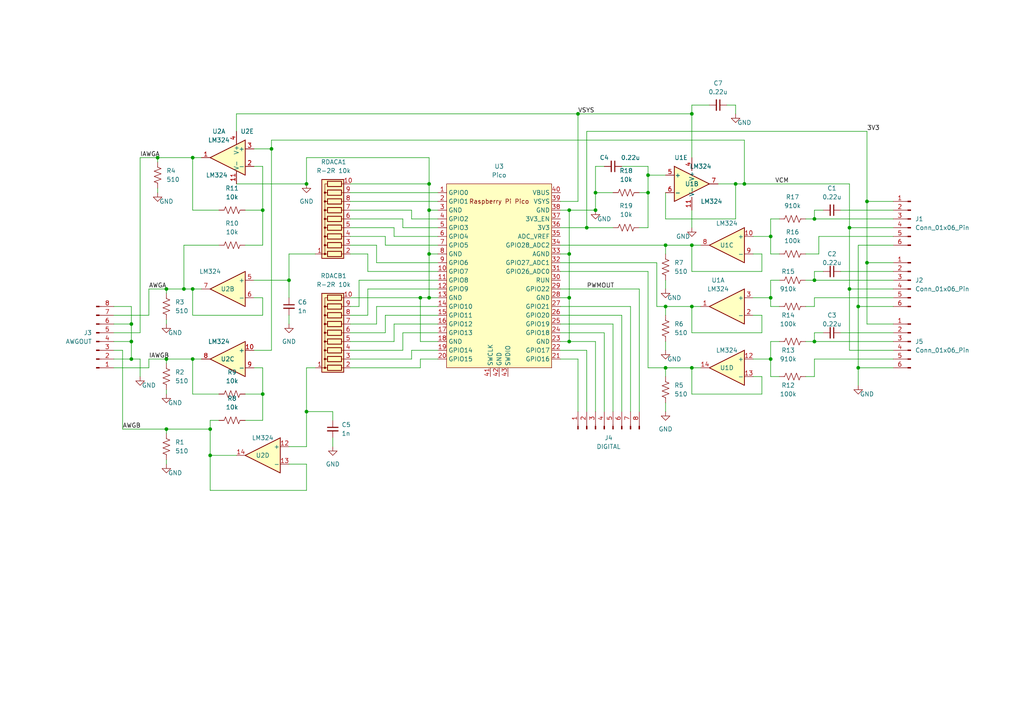
<source format=kicad_sch>
(kicad_sch (version 20230121) (generator eeschema)
  (paper "A4")
  (title_block (date "mar. 31 mars 2015"))
  (lib_symbols
    (symbol "Amplifier_Operational:LM324" (pin_names (offset 0.127))
      (property "Reference" "U" (at 0 5.08 0))
      (property "Value" "LM324" (at 0 -5.08 0))
      (symbol "LM324_1_1"
        (polyline (pts (xy -5.08 5.08) (xy 5.08 0) (xy -5.08 -5.08) (xy -5.08 5.08)) (stroke (width 0.254)) (fill (type background)))
        (pin output line (at 7.62 0 180) (length 2.54) (name "~") (number "1"))
        (pin input line (at -7.62 -2.54 0) (length 2.54) (name "-") (number "2"))
        (pin input line (at -7.62 2.54 0) (length 2.54) (name "+") (number "3"))
      )
      (symbol "LM324_2_1"
        (polyline (pts (xy -5.08 5.08) (xy 5.08 0) (xy -5.08 -5.08) (xy -5.08 5.08)) (stroke (width 0.254)) (fill (type background)))
        (pin input line (at -7.62 2.54 0) (length 2.54) (name "+") (number "5"))
        (pin input line (at -7.62 -2.54 0) (length 2.54) (name "-") (number "6"))
        (pin output line (at 7.62 0 180) (length 2.54) (name "~") (number "7"))
      )
      (symbol "LM324_3_1"
        (polyline (pts (xy -5.08 5.08) (xy 5.08 0) (xy -5.08 -5.08) (xy -5.08 5.08)) (stroke (width 0.254)) (fill (type background)))
        (pin input line (at -7.62 2.54 0) (length 2.54) (name "+") (number "10"))
        (pin output line (at 7.62 0 180) (length 2.54) (name "~") (number "8"))
        (pin input line (at -7.62 -2.54 0) (length 2.54) (name "-") (number "9"))
      )
      (symbol "LM324_4_1"
        (polyline (pts (xy -5.08 5.08) (xy 5.08 0) (xy -5.08 -5.08) (xy -5.08 5.08)) (stroke (width 0.254)) (fill (type background)))
        (pin input line (at -7.62 2.54 0) (length 2.54) (name "+") (number "12"))
        (pin input line (at -7.62 -2.54 0) (length 2.54) (name "-") (number "13"))
        (pin output line (at 7.62 0 180) (length 2.54) (name "~") (number "14"))
      )
      (symbol "LM324_5_1"
        (pin power_in line (at -2.54 -7.62 90) (length 3.81) (name "V-") (number "11"))
        (pin power_in line (at -2.54 7.62 270) (length 3.81) (name "V+") (number "4"))
      )
    )
    (symbol "Connector:Conn_01x06_Pin" (pin_names (offset 1.016) hide)
      (property "Reference" "J" (at 0 7.62 0))
      (property "Value" "Conn_01x06_Pin" (at 0 -10.16 0))
      (symbol "Conn_01x06_Pin_1_1"
        (polyline (pts (xy 1.27 -7.62) (xy 0.8636 -7.62)) (stroke (width 0.1524)))
        (polyline (pts (xy 1.27 -5.08) (xy 0.8636 -5.08)) (stroke (width 0.1524)))
        (polyline (pts (xy 1.27 -2.54) (xy 0.8636 -2.54)) (stroke (width 0.1524)))
        (polyline (pts (xy 1.27 0) (xy 0.8636 0)) (stroke (width 0.1524)))
        (polyline (pts (xy 1.27 2.54) (xy 0.8636 2.54)) (stroke (width 0.1524)))
        (polyline (pts (xy 1.27 5.08) (xy 0.8636 5.08)) (stroke (width 0.1524)))
        (rectangle (start 0.8636 -7.493) (end 0 -7.747) (stroke (width 0.1524)) (fill (type outline)))
        (rectangle (start 0.8636 -4.953) (end 0 -5.207) (stroke (width 0.1524)) (fill (type outline)))
        (rectangle (start 0.8636 -2.413) (end 0 -2.667) (stroke (width 0.1524)) (fill (type outline)))
        (rectangle (start 0.8636 0.127) (end 0 -0.127) (stroke (width 0.1524)) (fill (type outline)))
        (rectangle (start 0.8636 2.667) (end 0 2.413) (stroke (width 0.1524)) (fill (type outline)))
        (rectangle (start 0.8636 5.207) (end 0 4.953) (stroke (width 0.1524)) (fill (type outline)))
        (pin passive line (at 5.08 5.08 180) (length 3.81) (name "Pin_1") (number "1"))
        (pin passive line (at 5.08 2.54 180) (length 3.81) (name "Pin_2") (number "2"))
        (pin passive line (at 5.08 0 180) (length 3.81) (name "Pin_3") (number "3"))
        (pin passive line (at 5.08 -2.54 180) (length 3.81) (name "Pin_4") (number "4"))
        (pin passive line (at 5.08 -5.08 180) (length 3.81) (name "Pin_5") (number "5"))
        (pin passive line (at 5.08 -7.62 180) (length 3.81) (name "Pin_6") (number "6"))
      )
    )
    (symbol "Connector:Conn_01x08_Pin" (pin_names (offset 1.016) hide)
      (property "Reference" "J" (at 0 10.16 0))
      (property "Value" "Conn_01x08_Pin" (at 0 -12.7 0))
      (symbol "Conn_01x08_Pin_1_1"
        (polyline (pts (xy 1.27 -10.16) (xy 0.8636 -10.16)) (stroke (width 0.1524)))
        (polyline (pts (xy 1.27 -7.62) (xy 0.8636 -7.62)) (stroke (width 0.1524)))
        (polyline (pts (xy 1.27 -5.08) (xy 0.8636 -5.08)) (stroke (width 0.1524)))
        (polyline (pts (xy 1.27 -2.54) (xy 0.8636 -2.54)) (stroke (width 0.1524)))
        (polyline (pts (xy 1.27 0) (xy 0.8636 0)) (stroke (width 0.1524)))
        (polyline (pts (xy 1.27 2.54) (xy 0.8636 2.54)) (stroke (width 0.1524)))
        (polyline (pts (xy 1.27 5.08) (xy 0.8636 5.08)) (stroke (width 0.1524)))
        (polyline (pts (xy 1.27 7.62) (xy 0.8636 7.62)) (stroke (width 0.1524)))
        (rectangle (start 0.8636 -10.033) (end 0 -10.287) (stroke (width 0.1524)) (fill (type outline)))
        (rectangle (start 0.8636 -7.493) (end 0 -7.747) (stroke (width 0.1524)) (fill (type outline)))
        (rectangle (start 0.8636 -4.953) (end 0 -5.207) (stroke (width 0.1524)) (fill (type outline)))
        (rectangle (start 0.8636 -2.413) (end 0 -2.667) (stroke (width 0.1524)) (fill (type outline)))
        (rectangle (start 0.8636 0.127) (end 0 -0.127) (stroke (width 0.1524)) (fill (type outline)))
        (rectangle (start 0.8636 2.667) (end 0 2.413) (stroke (width 0.1524)) (fill (type outline)))
        (rectangle (start 0.8636 5.207) (end 0 4.953) (stroke (width 0.1524)) (fill (type outline)))
        (rectangle (start 0.8636 7.747) (end 0 7.493) (stroke (width 0.1524)) (fill (type outline)))
        (pin passive line (at 5.08 7.62 180) (length 3.81) (name "Pin_1") (number "1"))
        (pin passive line (at 5.08 5.08 180) (length 3.81) (name "Pin_2") (number "2"))
        (pin passive line (at 5.08 2.54 180) (length 3.81) (name "Pin_3") (number "3"))
        (pin passive line (at 5.08 0 180) (length 3.81) (name "Pin_4") (number "4"))
        (pin passive line (at 5.08 -2.54 180) (length 3.81) (name "Pin_5") (number "5"))
        (pin passive line (at 5.08 -5.08 180) (length 3.81) (name "Pin_6") (number "6"))
        (pin passive line (at 5.08 -7.62 180) (length 3.81) (name "Pin_7") (number "7"))
        (pin passive line (at 5.08 -10.16 180) (length 3.81) (name "Pin_8") (number "8"))
      )
    )
    (symbol "Device:C_Small" (pin_numbers hide) (pin_names (offset 0.254) hide)
      (property "Reference" "C" (at 0.254 1.778 0))
      (property "Value" "C_Small" (at 0.254 -2.032 0))
      (symbol "C_Small_0_1"
        (polyline (pts (xy -1.524 -0.508) (xy 1.524 -0.508)) (stroke (width 0.3302)))
        (polyline (pts (xy -1.524 0.508) (xy 1.524 0.508)) (stroke (width 0.3048)))
      )
      (symbol "C_Small_1_1"
        (pin passive line (at 0 2.54 270) (length 2.032) (name "~") (number "1"))
        (pin passive line (at 0 -2.54 90) (length 2.032) (name "~") (number "2"))
      )
    )
    (symbol "Device:R_Network09" (pin_names (offset 0) hide)
      (property "Reference" "RN" (at -12.7 0 90))
      (property "Value" "R_Network09" (at 12.7 0 90))
      (symbol "R_Network09_0_1"
        (rectangle (start -11.43 -3.175) (end 11.43 3.175) (stroke (width 0.254)) (fill (type background)))
        (rectangle (start -10.922 1.524) (end -9.398 -2.54) (stroke (width 0.254)))
        (circle (center -10.16 2.286) (radius 0.254) (fill (type outline)))
        (rectangle (start -8.382 1.524) (end -6.858 -2.54) (stroke (width 0.254)))
        (circle (center -7.62 2.286) (radius 0.254) (fill (type outline)))
        (rectangle (start -5.842 1.524) (end -4.318 -2.54) (stroke (width 0.254)))
        (circle (center -5.08 2.286) (radius 0.254) (fill (type outline)))
        (rectangle (start -3.302 1.524) (end -1.778 -2.54) (stroke (width 0.254)))
        (circle (center -2.54 2.286) (radius 0.254) (fill (type outline)))
        (rectangle (start -0.762 1.524) (end 0.762 -2.54) (stroke (width 0.254)))
        (polyline (pts (xy -10.16 -2.54) (xy -10.16 -3.81)))
        (polyline (pts (xy -7.62 -2.54) (xy -7.62 -3.81)))
        (polyline (pts (xy -5.08 -2.54) (xy -5.08 -3.81)))
        (polyline (pts (xy -2.54 -2.54) (xy -2.54 -3.81)))
        (polyline (pts (xy 0 -2.54) (xy 0 -3.81)))
        (polyline (pts (xy 2.54 -2.54) (xy 2.54 -3.81)))
        (polyline (pts (xy 5.08 -2.54) (xy 5.08 -3.81)))
        (polyline (pts (xy 7.62 -2.54) (xy 7.62 -3.81)))
        (polyline (pts (xy 10.16 -2.54) (xy 10.16 -3.81)))
        (polyline (pts (xy -10.16 1.524) (xy -10.16 2.286) (xy -7.62 2.286) (xy -7.62 1.524)))
        (polyline (pts (xy -7.62 1.524) (xy -7.62 2.286) (xy -5.08 2.286) (xy -5.08 1.524)))
        (polyline (pts (xy -5.08 1.524) (xy -5.08 2.286) (xy -2.54 2.286) (xy -2.54 1.524)))
        (polyline (pts (xy -2.54 1.524) (xy -2.54 2.286) (xy 0 2.286) (xy 0 1.524)))
        (polyline (pts (xy 0 1.524) (xy 0 2.286) (xy 2.54 2.286) (xy 2.54 1.524)))
        (polyline (pts (xy 2.54 1.524) (xy 2.54 2.286) (xy 5.08 2.286) (xy 5.08 1.524)))
        (polyline (pts (xy 5.08 1.524) (xy 5.08 2.286) (xy 7.62 2.286) (xy 7.62 1.524)))
        (polyline (pts (xy 7.62 1.524) (xy 7.62 2.286) (xy 10.16 2.286) (xy 10.16 1.524)))
        (circle (center 0 2.286) (radius 0.254) (fill (type outline)))
        (rectangle (start 1.778 1.524) (end 3.302 -2.54) (stroke (width 0.254)))
        (circle (center 2.54 2.286) (radius 0.254) (fill (type outline)))
        (rectangle (start 4.318 1.524) (end 5.842 -2.54) (stroke (width 0.254)))
        (circle (center 5.08 2.286) (radius 0.254) (fill (type outline)))
        (rectangle (start 6.858 1.524) (end 8.382 -2.54) (stroke (width 0.254)))
        (circle (center 7.62 2.286) (radius 0.254) (fill (type outline)))
        (rectangle (start 9.398 1.524) (end 10.922 -2.54) (stroke (width 0.254)))
      )
      (symbol "R_Network09_1_1"
        (pin passive line (at -10.16 5.08 270) (length 2.54) (name "common") (number "1"))
        (pin passive line (at 10.16 -5.08 90) (length 1.27) (name "R9") (number "10"))
        (pin passive line (at -10.16 -5.08 90) (length 1.27) (name "R1") (number "2"))
        (pin passive line (at -7.62 -5.08 90) (length 1.27) (name "R2") (number "3"))
        (pin passive line (at -5.08 -5.08 90) (length 1.27) (name "R3") (number "4"))
        (pin passive line (at -2.54 -5.08 90) (length 1.27) (name "R4") (number "5"))
        (pin passive line (at 0 -5.08 90) (length 1.27) (name "R5") (number "6"))
        (pin passive line (at 2.54 -5.08 90) (length 1.27) (name "R6") (number "7"))
        (pin passive line (at 5.08 -5.08 90) (length 1.27) (name "R7") (number "8"))
        (pin passive line (at 7.62 -5.08 90) (length 1.27) (name "R8") (number "9"))
      )
    )
    (symbol "Device:R_US" (pin_numbers hide) (pin_names (offset 0))
      (property "Reference" "R" (at 2.54 0 90))
      (property "Value" "R_US" (at -2.54 0 90))
      (symbol "R_US_0_1"
        (polyline (pts (xy 0 -2.286) (xy 0 -2.54)))
        (polyline (pts (xy 0 2.286) (xy 0 2.54)))
        (polyline (pts (xy 0 -0.762) (xy 1.016 -1.143) (xy 0 -1.524) (xy -1.016 -1.905) (xy 0 -2.286)))
        (polyline (pts (xy 0 0.762) (xy 1.016 0.381) (xy 0 0) (xy -1.016 -0.381) (xy 0 -0.762)))
        (polyline (pts (xy 0 2.286) (xy 1.016 1.905) (xy 0 1.524) (xy -1.016 1.143) (xy 0 0.762)))
      )
      (symbol "R_US_1_1"
        (pin passive line (at 0 3.81 270) (length 1.27) (name "~") (number "1"))
        (pin passive line (at 0 -3.81 90) (length 1.27) (name "~") (number "2"))
      )
    )
    (symbol "MCU_RaspberryPi_and_Boards:Pico"
      (property "Reference" "U" (at -13.97 27.94 0))
      (property "Value" "Pico" (at 0 19.05 0))
      (symbol "Pico_0_0"
        (text "Raspberry Pi Pico" (at 0 21.59 0) (effects (font (size 1.27 1.27))))
      )
      (symbol "Pico_0_1"
        (rectangle (start -15.24 26.67) (end 15.24 -26.67) (fill (type background)))
      )
      (symbol "Pico_1_1"
        (pin bidirectional line (at -17.78 24.13 0) (length 2.54) (name "GPIO0") (number "1"))
        (pin bidirectional line (at -17.78 1.27 0) (length 2.54) (name "GPIO7") (number "10"))
        (pin bidirectional line (at -17.78 -1.27 0) (length 2.54) (name "GPIO8") (number "11"))
        (pin bidirectional line (at -17.78 -3.81 0) (length 2.54) (name "GPIO9") (number "12"))
        (pin power_in line (at -17.78 -6.35 0) (length 2.54) (name "GND") (number "13"))
        (pin bidirectional line (at -17.78 -8.89 0) (length 2.54) (name "GPIO10") (number "14"))
        (pin bidirectional line (at -17.78 -11.43 0) (length 2.54) (name "GPIO11") (number "15"))
        (pin bidirectional line (at -17.78 -13.97 0) (length 2.54) (name "GPIO12") (number "16"))
        (pin bidirectional line (at -17.78 -16.51 0) (length 2.54) (name "GPIO13") (number "17"))
        (pin power_in line (at -17.78 -19.05 0) (length 2.54) (name "GND") (number "18"))
        (pin bidirectional line (at -17.78 -21.59 0) (length 2.54) (name "GPIO14") (number "19"))
        (pin bidirectional line (at -17.78 21.59 0) (length 2.54) (name "GPIO1") (number "2"))
        (pin bidirectional line (at -17.78 -24.13 0) (length 2.54) (name "GPIO15") (number "20"))
        (pin bidirectional line (at 17.78 -24.13 180) (length 2.54) (name "GPIO16") (number "21"))
        (pin bidirectional line (at 17.78 -21.59 180) (length 2.54) (name "GPIO17") (number "22"))
        (pin power_in line (at 17.78 -19.05 180) (length 2.54) (name "GND") (number "23"))
        (pin bidirectional line (at 17.78 -16.51 180) (length 2.54) (name "GPIO18") (number "24"))
        (pin bidirectional line (at 17.78 -13.97 180) (length 2.54) (name "GPIO19") (number "25"))
        (pin bidirectional line (at 17.78 -11.43 180) (length 2.54) (name "GPIO20") (number "26"))
        (pin bidirectional line (at 17.78 -8.89 180) (length 2.54) (name "GPIO21") (number "27"))
        (pin power_in line (at 17.78 -6.35 180) (length 2.54) (name "GND") (number "28"))
        (pin bidirectional line (at 17.78 -3.81 180) (length 2.54) (name "GPIO22") (number "29"))
        (pin power_in line (at -17.78 19.05 0) (length 2.54) (name "GND") (number "3"))
        (pin input line (at 17.78 -1.27 180) (length 2.54) (name "RUN") (number "30"))
        (pin bidirectional line (at 17.78 1.27 180) (length 2.54) (name "GPIO26_ADC0") (number "31"))
        (pin bidirectional line (at 17.78 3.81 180) (length 2.54) (name "GPIO27_ADC1") (number "32"))
        (pin power_in line (at 17.78 6.35 180) (length 2.54) (name "AGND") (number "33"))
        (pin bidirectional line (at 17.78 8.89 180) (length 2.54) (name "GPIO28_ADC2") (number "34"))
        (pin power_in line (at 17.78 11.43 180) (length 2.54) (name "ADC_VREF") (number "35"))
        (pin power_in line (at 17.78 13.97 180) (length 2.54) (name "3V3") (number "36"))
        (pin input line (at 17.78 16.51 180) (length 2.54) (name "3V3_EN") (number "37"))
        (pin bidirectional line (at 17.78 19.05 180) (length 2.54) (name "GND") (number "38"))
        (pin power_in line (at 17.78 21.59 180) (length 2.54) (name "VSYS") (number "39"))
        (pin bidirectional line (at -17.78 16.51 0) (length 2.54) (name "GPIO2") (number "4"))
        (pin power_in line (at 17.78 24.13 180) (length 2.54) (name "VBUS") (number "40"))
        (pin input line (at -2.54 -29.21 90) (length 2.54) (name "SWCLK") (number "41"))
        (pin power_in line (at 0 -29.21 90) (length 2.54) (name "GND") (number "42"))
        (pin bidirectional line (at 2.54 -29.21 90) (length 2.54) (name "SWDIO") (number "43"))
        (pin bidirectional line (at -17.78 13.97 0) (length 2.54) (name "GPIO3") (number "5"))
        (pin bidirectional line (at -17.78 11.43 0) (length 2.54) (name "GPIO4") (number "6"))
        (pin bidirectional line (at -17.78 8.89 0) (length 2.54) (name "GPIO5") (number "7"))
        (pin power_in line (at -17.78 6.35 0) (length 2.54) (name "GND") (number "8"))
        (pin bidirectional line (at -17.78 3.81 0) (length 2.54) (name "GPIO6") (number "9"))
      )
    )
    (symbol "power:GND" (power) (pin_names (offset 0))
      (property "Value" "GND" (at 0 -3.81 0))
      (symbol "GND_0_1"
        (polyline (pts (xy 0 0) (xy 0 -1.27) (xy 1.27 -1.27) (xy 0 -2.54) (xy -1.27 -1.27) (xy 0 -1.27)))
      )
      (symbol "GND_1_1"
        (pin power_in line (at 0 0 270) (length 0) hide (name "GND") (number "1"))
      )
    )
  )
  (junction (at 38.1 99.06))
  (junction (at 213.36 53.34))
  (junction (at 200.66 71.12))
  (junction (at 60.96 132.08))
  (junction (at 170.18 66.04))
  (junction (at 124.46 86.36))
  (junction (at 223.52 68.58))
  (junction (at 248.92 106.68))
  (junction (at 165.1 73.66))
  (junction (at 88.9 119.38))
  (junction (at 45.72 45.72))
  (junction (at 76.2 114.3))
  (junction (at 165.1 86.36))
  (junction (at 88.9 53.34))
  (junction (at 193.04 71.12))
  (junction (at 124.46 73.66))
  (junction (at 236.22 63.5))
  (junction (at 48.26 104.14))
  (junction (at 236.22 99.06))
  (junction (at 187.96 55.88))
  (junction (at 76.2 60.96))
  (junction (at 165.1 60.96))
  (junction (at 48.26 83.82))
  (junction (at 200.66 106.68))
  (junction (at 251.46 76.2))
  (junction (at 200.66 88.9))
  (junction (at 246.38 83.82))
  (junction (at 223.52 104.14))
  (junction (at 172.72 55.88))
  (junction (at 55.88 45.72))
  (junction (at 165.1 99.06))
  (junction (at 53.34 83.82))
  (junction (at 55.88 104.14))
  (junction (at 78.74 43.18))
  (junction (at 187.96 50.8))
  (junction (at 251.46 58.42))
  (junction (at 236.22 81.28))
  (junction (at 246.38 66.04))
  (junction (at 193.04 106.68))
  (junction (at 83.82 81.28))
  (junction (at 215.9 53.34))
  (junction (at 172.72 60.96))
  (junction (at 124.46 60.96))
  (junction (at 124.46 53.34))
  (junction (at 38.1 93.98))
  (junction (at 167.64 33.02))
  (junction (at 193.04 88.9))
  (junction (at 223.52 86.36))
  (junction (at 55.88 83.82))
  (junction (at 248.92 88.9))
  (junction (at 38.1 104.14))
  (junction (at 121.92 86.36))
  (junction (at 48.26 124.46))
  (junction (at 200.66 33.02))
  (junction (at 60.96 124.46))
  (wire (pts (xy 106.68 78.74) (xy 106.68 73.66)))
  (wire (pts (xy 200.66 106.68) (xy 200.66 114.3)))
  (wire (pts (xy 38.1 104.14) (xy 40.64 104.14)))
  (wire (pts (xy 213.36 30.48) (xy 213.36 33.02)))
  (wire (pts (xy 76.2 121.92) (xy 76.2 114.3)))
  (wire (pts (xy 187.96 66.04) (xy 187.96 55.88)))
  (wire (pts (xy 55.88 104.14) (xy 55.88 114.3)))
  (wire (pts (xy 167.64 33.02) (xy 68.58 33.02)))
  (wire (pts (xy 109.22 76.2) (xy 109.22 71.12)))
  (wire (pts (xy 88.9 119.38) (xy 88.9 129.54)))
  (wire (pts (xy 33.02 106.68) (xy 43.18 106.68)))
  (wire (pts (xy 185.42 55.88) (xy 187.96 55.88)))
  (wire (pts (xy 76.2 86.36) (xy 76.2 91.44)))
  (wire (pts (xy 68.58 53.34) (xy 88.9 53.34)))
  (wire (pts (xy 111.76 68.58) (xy 101.6 68.58)))
  (wire (pts (xy 73.66 101.6) (xy 78.74 101.6)))
  (wire (pts (xy 116.84 96.52) (xy 127 96.52)))
  (wire (pts (xy 187.96 106.68) (xy 193.04 106.68)))
  (wire (pts (xy 91.44 73.66) (xy 83.82 73.66)))
  (wire (pts (xy 48.26 83.82) (xy 48.26 85.09)))
  (wire (pts (xy 58.42 104.14) (xy 55.88 104.14)))
  (wire (pts (xy 223.52 99.06) (xy 226.06 99.06)))
  (wire (pts (xy 114.3 66.04) (xy 101.6 66.04)))
  (wire (pts (xy 116.84 96.52) (xy 116.84 101.6)))
  (wire (pts (xy 127 66.04) (xy 116.84 66.04)))
  (wire (pts (xy 218.44 109.22) (xy 220.98 109.22)))
  (wire (pts (xy 172.72 55.88) (xy 177.8 55.88)))
  (wire (pts (xy 55.88 60.96) (xy 63.5 60.96)))
  (wire (pts (xy 96.52 127) (xy 96.52 129.54)))
  (wire (pts (xy 43.18 83.82) (xy 48.26 83.82)))
  (wire (pts (xy 251.46 38.1) (xy 170.18 38.1)))
  (wire (pts (xy 101.6 96.52) (xy 111.76 96.52)))
  (wire (pts (xy 200.66 106.68) (xy 203.2 106.68)))
  (wire (pts (xy 246.38 66.04) (xy 246.38 83.82)))
  (wire (pts (xy 121.92 86.36) (xy 124.46 86.36)))
  (wire (pts (xy 223.52 99.06) (xy 223.52 104.14)))
  (wire (pts (xy 127 68.58) (xy 114.3 68.58)))
  (wire (pts (xy 48.26 92.71) (xy 48.26 93.98)))
  (wire (pts (xy 193.04 81.28) (xy 193.04 83.82)))
  (wire (pts (xy 172.72 60.96) (xy 165.1 60.96)))
  (wire (pts (xy 185.42 66.04) (xy 187.96 66.04)))
  (wire (pts (xy 223.52 104.14) (xy 223.52 109.22)))
  (wire (pts (xy 76.2 48.26) (xy 76.2 60.96)))
  (wire (pts (xy 111.76 91.44) (xy 111.76 96.52)))
  (wire (pts (xy 193.04 116.84) (xy 193.04 119.38)))
  (wire (pts (xy 162.56 104.14) (xy 167.64 104.14)))
  (wire (pts (xy 187.96 50.8) (xy 187.96 55.88)))
  (wire (pts (xy 83.82 81.28) (xy 73.66 81.28)))
  (wire (pts (xy 236.22 63.5) (xy 259.08 63.5)))
  (wire (pts (xy 220.98 114.3) (xy 200.66 114.3)))
  (wire (pts (xy 233.68 99.06) (xy 236.22 99.06)))
  (wire (pts (xy 238.76 96.52) (xy 236.22 96.52)))
  (wire (pts (xy 236.22 96.52) (xy 236.22 99.06)))
  (wire (pts (xy 96.52 121.92) (xy 96.52 119.38)))
  (wire (pts (xy 251.46 58.42) (xy 259.08 58.42)))
  (wire (pts (xy 237.49 73.66) (xy 237.49 68.58)))
  (wire (pts (xy 162.56 88.9) (xy 182.88 88.9)))
  (wire (pts (xy 101.6 58.42) (xy 127 58.42)))
  (wire (pts (xy 78.74 43.18) (xy 73.66 43.18)))
  (wire (pts (xy 88.9 134.62) (xy 83.82 134.62)))
  (wire (pts (xy 48.26 104.14) (xy 48.26 105.41)))
  (wire (pts (xy 101.6 106.68) (xy 121.92 106.68)))
  (wire (pts (xy 190.5 88.9) (xy 193.04 88.9)))
  (wire (pts (xy 60.96 121.92) (xy 60.96 124.46)))
  (wire (pts (xy 33.02 91.44) (xy 43.18 91.44)))
  (wire (pts (xy 127 78.74) (xy 106.68 78.74)))
  (wire (pts (xy 101.6 101.6) (xy 116.84 101.6)))
  (wire (pts (xy 233.68 73.66) (xy 237.49 73.66)))
  (wire (pts (xy 165.1 73.66) (xy 165.1 86.36)))
  (wire (pts (xy 218.44 86.36) (xy 223.52 86.36)))
  (wire (pts (xy 121.92 99.06) (xy 127 99.06)))
  (wire (pts (xy 58.42 83.82) (xy 55.88 83.82)))
  (wire (pts (xy 162.56 66.04) (xy 170.18 66.04)))
  (wire (pts (xy 124.46 86.36) (xy 127 86.36)))
  (wire (pts (xy 167.64 104.14) (xy 167.64 119.38)))
  (wire (pts (xy 101.6 60.96) (xy 119.38 60.96)))
  (wire (pts (xy 53.34 83.82) (xy 48.26 83.82)))
  (wire (pts (xy 114.3 68.58) (xy 114.3 66.04)))
  (wire (pts (xy 193.04 99.06) (xy 193.04 101.6)))
  (wire (pts (xy 193.04 71.12) (xy 193.04 73.66)))
  (wire (pts (xy 55.88 83.82) (xy 55.88 91.44)))
  (wire (pts (xy 109.22 88.9) (xy 109.22 93.98)))
  (wire (pts (xy 78.74 43.18) (xy 78.74 40.64)))
  (wire (pts (xy 251.46 58.42) (xy 251.46 76.2)))
  (wire (pts (xy 162.56 71.12) (xy 193.04 71.12)))
  (wire (pts (xy 83.82 73.66) (xy 83.82 81.28)))
  (wire (pts (xy 200.66 30.48) (xy 200.66 33.02)))
  (wire (pts (xy 60.96 132.08) (xy 60.96 142.24)))
  (wire (pts (xy 237.49 68.58) (xy 259.08 68.58)))
  (wire (pts (xy 33.02 101.6) (xy 35.56 101.6)))
  (wire (pts (xy 83.82 129.54) (xy 88.9 129.54)))
  (wire (pts (xy 172.72 99.06) (xy 172.72 119.38)))
  (wire (pts (xy 73.66 86.36) (xy 76.2 86.36)))
  (wire (pts (xy 40.64 45.72) (xy 40.64 96.52)))
  (wire (pts (xy 162.56 96.52) (xy 175.26 96.52)))
  (wire (pts (xy 187.96 50.8) (xy 193.04 50.8)))
  (wire (pts (xy 193.04 63.5) (xy 213.36 63.5)))
  (wire (pts (xy 200.66 88.9) (xy 200.66 96.52)))
  (wire (pts (xy 35.56 124.46) (xy 48.26 124.46)))
  (wire (pts (xy 119.38 101.6) (xy 119.38 104.14)))
  (wire (pts (xy 127 71.12) (xy 111.76 71.12)))
  (wire (pts (xy 236.22 99.06) (xy 259.08 99.06)))
  (wire (pts (xy 40.64 45.72) (xy 45.72 45.72)))
  (wire (pts (xy 193.04 88.9) (xy 193.04 91.44)))
  (wire (pts (xy 236.22 60.96) (xy 236.22 63.5)))
  (wire (pts (xy 35.56 101.6) (xy 35.56 124.46)))
  (wire (pts (xy 60.96 124.46) (xy 60.96 132.08)))
  (wire (pts (xy 106.68 83.82) (xy 106.68 91.44)))
  (wire (pts (xy 60.96 142.24) (xy 88.9 142.24)))
  (wire (pts (xy 251.46 76.2) (xy 259.08 76.2)))
  (wire (pts (xy 114.3 93.98) (xy 114.3 99.06)))
  (wire (pts (xy 88.9 142.24) (xy 88.9 134.62)))
  (wire (pts (xy 109.22 71.12) (xy 101.6 71.12)))
  (wire (pts (xy 200.66 45.72) (xy 200.66 33.02)))
  (wire (pts (xy 101.6 63.5) (xy 116.84 63.5)))
  (wire (pts (xy 83.82 81.28) (xy 83.82 86.36)))
  (wire (pts (xy 236.22 81.28) (xy 259.08 81.28)))
  (wire (pts (xy 55.88 114.3) (xy 63.5 114.3)))
  (wire (pts (xy 88.9 53.34) (xy 88.9 45.72)))
  (wire (pts (xy 45.72 45.72) (xy 55.88 45.72)))
  (wire (pts (xy 76.2 91.44) (xy 55.88 91.44)))
  (wire (pts (xy 251.46 38.1) (xy 251.46 58.42)))
  (wire (pts (xy 236.22 88.9) (xy 236.22 86.36)))
  (wire (pts (xy 127 73.66) (xy 124.46 73.66)))
  (wire (pts (xy 223.52 86.36) (xy 223.52 88.9)))
  (wire (pts (xy 127 76.2) (xy 109.22 76.2)))
  (wire (pts (xy 121.92 104.14) (xy 127 104.14)))
  (wire (pts (xy 167.64 33.02) (xy 167.64 58.42)))
  (wire (pts (xy 119.38 101.6) (xy 127 101.6)))
  (wire (pts (xy 78.74 101.6) (xy 78.74 43.18)))
  (wire (pts (xy 236.22 60.96) (xy 238.76 60.96)))
  (wire (pts (xy 236.22 86.36) (xy 259.08 86.36)))
  (wire (pts (xy 205.74 30.48) (xy 200.66 30.48)))
  (wire (pts (xy 193.04 106.68) (xy 193.04 109.22)))
  (wire (pts (xy 177.8 93.98) (xy 177.8 119.38)))
  (wire (pts (xy 208.28 53.34) (xy 213.36 53.34)))
  (wire (pts (xy 71.12 114.3) (xy 76.2 114.3)))
  (wire (pts (xy 246.38 83.82) (xy 259.08 83.82)))
  (wire (pts (xy 162.56 58.42) (xy 167.64 58.42)))
  (wire (pts (xy 215.9 53.34) (xy 246.38 53.34)))
  (wire (pts (xy 40.64 109.22) (xy 40.64 104.14)))
  (wire (pts (xy 55.88 60.96) (xy 55.88 45.72)))
  (wire (pts (xy 104.14 81.28) (xy 104.14 88.9)))
  (wire (pts (xy 106.68 73.66) (xy 101.6 73.66)))
  (wire (pts (xy 248.92 71.12) (xy 259.08 71.12)))
  (wire (pts (xy 73.66 106.68) (xy 76.2 106.68)))
  (wire (pts (xy 33.02 96.52) (xy 40.64 96.52)))
  (wire (pts (xy 162.56 76.2) (xy 190.5 76.2)))
  (wire (pts (xy 236.22 63.5) (xy 233.68 63.5)))
  (wire (pts (xy 182.88 88.9) (xy 182.88 119.38)))
  (wire (pts (xy 33.02 93.98) (xy 38.1 93.98)))
  (wire (pts (xy 43.18 106.68) (xy 43.18 104.14)))
  (wire (pts (xy 243.84 96.52) (xy 259.08 96.52)))
  (wire (pts (xy 220.98 96.52) (xy 200.66 96.52)))
  (wire (pts (xy 213.36 63.5) (xy 213.36 53.34)))
  (wire (pts (xy 200.66 60.96) (xy 200.66 66.04)))
  (wire (pts (xy 162.56 91.44) (xy 180.34 91.44)))
  (wire (pts (xy 162.56 101.6) (xy 170.18 101.6)))
  (wire (pts (xy 53.34 71.12) (xy 53.34 83.82)))
  (wire (pts (xy 236.22 78.74) (xy 236.22 81.28)))
  (wire (pts (xy 220.98 78.74) (xy 200.66 78.74)))
  (wire (pts (xy 53.34 71.12) (xy 63.5 71.12)))
  (wire (pts (xy 114.3 99.06) (xy 101.6 99.06)))
  (wire (pts (xy 223.52 88.9) (xy 226.06 88.9)))
  (wire (pts (xy 233.68 81.28) (xy 236.22 81.28)))
  (wire (pts (xy 127 81.28) (xy 104.14 81.28)))
  (wire (pts (xy 175.26 48.26) (xy 172.72 48.26)))
  (wire (pts (xy 48.26 133.35) (xy 48.26 134.62)))
  (wire (pts (xy 248.92 88.9) (xy 259.08 88.9)))
  (wire (pts (xy 165.1 60.96) (xy 165.1 73.66)))
  (wire (pts (xy 76.2 114.3) (xy 76.2 106.68)))
  (wire (pts (xy 220.98 73.66) (xy 220.98 78.74)))
  (wire (pts (xy 71.12 60.96) (xy 76.2 60.96)))
  (wire (pts (xy 101.6 55.88) (xy 127 55.88)))
  (wire (pts (xy 233.68 88.9) (xy 236.22 88.9)))
  (wire (pts (xy 104.14 88.9) (xy 101.6 88.9)))
  (wire (pts (xy 48.26 113.03) (xy 48.26 114.3)))
  (wire (pts (xy 55.88 45.72) (xy 58.42 45.72)))
  (wire (pts (xy 124.46 60.96) (xy 127 60.96)))
  (wire (pts (xy 238.76 78.74) (xy 236.22 78.74)))
  (wire (pts (xy 68.58 132.08) (xy 60.96 132.08)))
  (wire (pts (xy 60.96 121.92) (xy 63.5 121.92)))
  (wire (pts (xy 193.04 71.12) (xy 200.66 71.12)))
  (wire (pts (xy 190.5 76.2) (xy 190.5 88.9)))
  (wire (pts (xy 33.02 88.9) (xy 38.1 88.9)))
  (wire (pts (xy 180.34 91.44) (xy 180.34 119.38)))
  (wire (pts (xy 223.52 63.5) (xy 226.06 63.5)))
  (wire (pts (xy 223.52 73.66) (xy 226.06 73.66)))
  (wire (pts (xy 172.72 55.88) (xy 172.72 60.96)))
  (wire (pts (xy 187.96 78.74) (xy 187.96 106.68)))
  (wire (pts (xy 101.6 53.34) (xy 124.46 53.34)))
  (wire (pts (xy 175.26 96.52) (xy 175.26 119.38)))
  (wire (pts (xy 220.98 109.22) (xy 220.98 114.3)))
  (wire (pts (xy 124.46 73.66) (xy 124.46 60.96)))
  (wire (pts (xy 213.36 53.34) (xy 215.9 53.34)))
  (wire (pts (xy 223.52 81.28) (xy 223.52 86.36)))
  (wire (pts (xy 162.56 78.74) (xy 187.96 78.74)))
  (wire (pts (xy 83.82 91.44) (xy 83.82 93.98)))
  (wire (pts (xy 200.66 71.12) (xy 200.66 78.74)))
  (wire (pts (xy 248.92 106.68) (xy 248.92 111.76)))
  (wire (pts (xy 172.72 48.26) (xy 172.72 55.88)))
  (wire (pts (xy 200.66 88.9) (xy 203.2 88.9)))
  (wire (pts (xy 187.96 48.26) (xy 187.96 50.8)))
  (wire (pts (xy 101.6 86.36) (xy 121.92 86.36)))
  (wire (pts (xy 243.84 78.74) (xy 259.08 78.74)))
  (wire (pts (xy 248.92 106.68) (xy 248.92 88.9)))
  (wire (pts (xy 38.1 88.9) (xy 38.1 93.98)))
  (wire (pts (xy 33.02 104.14) (xy 38.1 104.14)))
  (wire (pts (xy 55.88 104.14) (xy 48.26 104.14)))
  (wire (pts (xy 48.26 124.46) (xy 60.96 124.46)))
  (wire (pts (xy 218.44 68.58) (xy 223.52 68.58)))
  (wire (pts (xy 162.56 93.98) (xy 177.8 93.98)))
  (wire (pts (xy 101.6 104.14) (xy 119.38 104.14)))
  (wire (pts (xy 246.38 66.04) (xy 259.08 66.04)))
  (wire (pts (xy 127 91.44) (xy 111.76 91.44)))
  (wire (pts (xy 243.84 60.96) (xy 259.08 60.96)))
  (wire (pts (xy 43.18 104.14) (xy 48.26 104.14)))
  (wire (pts (xy 162.56 86.36) (xy 165.1 86.36)))
  (wire (pts (xy 91.44 106.68) (xy 88.9 106.68)))
  (wire (pts (xy 45.72 45.72) (xy 45.72 46.99)))
  (wire (pts (xy 119.38 63.5) (xy 119.38 60.96)))
  (wire (pts (xy 246.38 101.6) (xy 246.38 83.82)))
  (wire (pts (xy 71.12 121.92) (xy 76.2 121.92)))
  (wire (pts (xy 48.26 124.46) (xy 48.26 125.73)))
  (wire (pts (xy 127 88.9) (xy 109.22 88.9)))
  (wire (pts (xy 236.22 104.14) (xy 259.08 104.14)))
  (wire (pts (xy 43.18 91.44) (xy 43.18 83.82)))
  (wire (pts (xy 200.66 71.12) (xy 203.2 71.12)))
  (wire (pts (xy 218.44 104.14) (xy 223.52 104.14)))
  (wire (pts (xy 76.2 71.12) (xy 76.2 60.96)))
  (wire (pts (xy 162.56 83.82) (xy 185.42 83.82)))
  (wire (pts (xy 124.46 73.66) (xy 124.46 86.36)))
  (wire (pts (xy 116.84 66.04) (xy 116.84 63.5)))
  (wire (pts (xy 162.56 73.66) (xy 165.1 73.66)))
  (wire (pts (xy 218.44 73.66) (xy 220.98 73.66)))
  (wire (pts (xy 71.12 71.12) (xy 76.2 71.12)))
  (wire (pts (xy 185.42 83.82) (xy 185.42 119.38)))
  (wire (pts (xy 162.56 60.96) (xy 165.1 60.96)))
  (wire (pts (xy 124.46 45.72) (xy 124.46 53.34)))
  (wire (pts (xy 170.18 66.04) (xy 177.8 66.04)))
  (wire (pts (xy 236.22 109.22) (xy 236.22 104.14)))
  (wire (pts (xy 124.46 53.34) (xy 124.46 60.96)))
  (wire (pts (xy 38.1 99.06) (xy 38.1 104.14)))
  (wire (pts (xy 193.04 55.88) (xy 193.04 63.5)))
  (wire (pts (xy 165.1 99.06) (xy 172.72 99.06)))
  (wire (pts (xy 246.38 53.34) (xy 246.38 66.04)))
  (wire (pts (xy 259.08 93.98) (xy 251.46 93.98)))
  (wire (pts (xy 246.38 101.6) (xy 259.08 101.6)))
  (wire (pts (xy 38.1 93.98) (xy 38.1 99.06)))
  (wire (pts (xy 73.66 48.26) (xy 76.2 48.26)))
  (wire (pts (xy 88.9 119.38) (xy 96.52 119.38)))
  (wire (pts (xy 220.98 91.44) (xy 220.98 96.52)))
  (wire (pts (xy 45.72 54.61) (xy 45.72 55.88)))
  (wire (pts (xy 170.18 38.1) (xy 170.18 66.04)))
  (wire (pts (xy 251.46 93.98) (xy 251.46 76.2)))
  (wire (pts (xy 165.1 86.36) (xy 165.1 99.06)))
  (wire (pts (xy 193.04 88.9) (xy 200.66 88.9)))
  (wire (pts (xy 193.04 106.68) (xy 200.66 106.68)))
  (wire (pts (xy 55.88 83.82) (xy 53.34 83.82)))
  (wire (pts (xy 111.76 71.12) (xy 111.76 68.58)))
  (wire (pts (xy 215.9 40.64) (xy 215.9 53.34)))
  (wire (pts (xy 248.92 71.12) (xy 248.92 88.9)))
  (wire (pts (xy 233.68 109.22) (xy 236.22 109.22)))
  (wire (pts (xy 223.52 81.28) (xy 226.06 81.28)))
  (wire (pts (xy 223.52 68.58) (xy 223.52 73.66)))
  (wire (pts (xy 68.58 33.02) (xy 68.58 38.1)))
  (wire (pts (xy 127 83.82) (xy 106.68 83.82)))
  (wire (pts (xy 223.52 63.5) (xy 223.52 68.58)))
  (wire (pts (xy 127 93.98) (xy 114.3 93.98)))
  (wire (pts (xy 248.92 106.68) (xy 259.08 106.68)))
  (wire (pts (xy 218.44 91.44) (xy 220.98 91.44)))
  (wire (pts (xy 88.9 106.68) (xy 88.9 119.38)))
  (wire (pts (xy 127 63.5) (xy 119.38 63.5)))
  (wire (pts (xy 180.34 48.26) (xy 187.96 48.26)))
  (wire (pts (xy 121.92 86.36) (xy 121.92 99.06)))
  (wire (pts (xy 33.02 99.06) (xy 38.1 99.06)))
  (wire (pts (xy 167.64 33.02) (xy 200.66 33.02)))
  (wire (pts (xy 106.68 91.44) (xy 101.6 91.44)))
  (wire (pts (xy 223.52 109.22) (xy 226.06 109.22)))
  (wire (pts (xy 162.56 99.06) (xy 165.1 99.06)))
  (wire (pts (xy 121.92 106.68) (xy 121.92 104.14)))
  (wire (pts (xy 101.6 93.98) (xy 109.22 93.98)))
  (wire (pts (xy 78.74 40.64) (xy 215.9 40.64)))
  (wire (pts (xy 210.82 30.48) (xy 213.36 30.48)))
  (wire (pts (xy 88.9 45.72) (xy 124.46 45.72)))
  (wire (pts (xy 170.18 101.6) (xy 170.18 119.38)))
  (label "VCM" (at 224.79 53.34 0))
  (label "IAWGB" (at 43.18 104.14 0))
  (label "AWGB" (at 35.56 124.46 0))
  (label "PWMOUT" (at 170.18 83.82 0))
  (label "IAWGA" (at 40.64 45.72 0))
  (label "AWGA" (at 43.18 83.82 0))
  (label "3V3" (at 251.46 38.1 0))
  (label "VSYS" (at 167.64 33.02 0))
  (symbol (lib_id "Device:C_Small") (at 208.28 30.48 270) (unit 1)
    (property "Reference" "C7" (at 208.2736 24.13 90))
    (property "Value" "0.22u" (at 208.2736 26.67 90))
    (property "Footprint" "Capacitor_THT:C_Rect_L7.0mm_W3.5mm_P2.50mm_P5.00mm" (effects hide))
  )
  (symbol (lib_id "Device:C_Small") (at 241.3 60.96 270) (unit 1)
    (property "Reference" "C1" (at 241.2936 54.61 90))
    (property "Value" "0.22u" (at 241.2936 57.15 90))
    (property "Footprint" "Capacitor_THT:C_Rect_L7.0mm_W3.5mm_P2.50mm_P5.00mm" (effects hide))
  )
  (symbol (lib_id "Device:R_US") (at 229.87 99.06 90) (unit 1)
    (property "Reference" "R13" (at 228.6 101.6 90))
    (property "Value" "910k" (at 228.6 104.14 90))
    (property "Footprint" "Resistor_THT:R_Axial_DIN0204_L3.6mm_D1.6mm_P7.62mm_Horizontal" (effects hide))
  )
  (symbol (lib_id "Device:R_US") (at 181.61 55.88 90) (unit 1)
    (property "Reference" "R18" (at 181.61 49.53 90))
    (property "Value" "10k" (at 181.61 52.07 90))
    (property "Footprint" "Resistor_THT:R_Axial_DIN0204_L3.6mm_D1.6mm_P7.62mm_Horizontal" (effects hide))
  )
  (symbol (lib_id "Device:R_US") (at 48.26 129.54 0) (unit 1)
    (property "Reference" "R1" (at 50.8 128.27 0) (effects (justify left)))
    (property "Value" "510" (at 50.8 130.81 0) (effects (justify left)))
    (property "Footprint" "Resistor_THT:R_Axial_DIN0204_L3.6mm_D1.6mm_P7.62mm_Horizontal" (effects hide))
  )
  (symbol (lib_id "MCU_RaspberryPi_and_Boards:Pico") (at 144.78 80.01 0) (unit 1)
    (property "Reference" "U3" (at 144.78 48.26 0))
    (property "Value" "Pico" (at 144.78 50.8 0))
    (property "Footprint" "MCU_RaspberryPi_and_Boards:RPi_Pico_SMD_TH" (effects hide))
  )
  (symbol (lib_id "Device:R_US") (at 48.26 109.22 0) (unit 1)
    (property "Reference" "R2" (at 50.8 107.95 0) (effects (justify left)))
    (property "Value" "510" (at 50.8 110.49 0) (effects (justify left)))
    (property "Footprint" "Resistor_THT:R_Axial_DIN0204_L3.6mm_D1.6mm_P7.62mm_Horizontal" (effects hide))
  )
  (symbol (lib_id "Amplifier_Operational:LM324") (at 210.82 106.68 0) (mirror y) (unit 4)
    (property "Reference" "U1" (at 210.82 106.68 0))
    (property "Value" "LM324" (at 210.82 101.6 0))
    (property "Footprint" "Package_DIP:DIP-14_W7.62mm" (effects hide))
    (property "Datasheet" "http://www.ti.com/lit/ds/symlink/lm2902-n.pdf" (effects hide))
  )
  (symbol (lib_id "Device:C_Small") (at 241.3 78.74 270) (unit 1)
    (property "Reference" "C2" (at 241.3 73.66 90))
    (property "Value" "0.22u" (at 241.3 76.2 90))
    (property "Footprint" "Capacitor_THT:C_Rect_L7.0mm_W3.5mm_P2.50mm_P5.00mm" (effects hide))
  )
  (symbol (lib_id "Device:R_US") (at 67.31 121.92 90) (unit 1)
    (property "Reference" "R8" (at 67.31 115.57 90))
    (property "Value" "10k" (at 67.31 118.11 90))
    (property "Footprint" "Resistor_THT:R_Axial_DIN0204_L3.6mm_D1.6mm_P7.62mm_Horizontal" (effects hide))
  )
  (symbol (lib_id "power:GND") (at 248.92 111.76 0) (unit 1)
    (property "Reference" "#PWR013" (effects hide))
    (property "Value" "GND" (at 251.46 114.3 0))
  )
  (symbol (lib_id "power:GND") (at 200.66 66.04 0) (unit 1)
    (property "Reference" "#PWR01" (effects hide))
    (property "Value" "GND" (at 198.12 68.58 0))
  )
  (symbol (lib_id "Amplifier_Operational:LM324") (at 200.66 53.34 0) (unit 2)
    (property "Reference" "U1" (at 200.66 53.34 0))
    (property "Value" "LM324" (at 203.2 48.26 0))
    (property "Footprint" "Package_DIP:DIP-14_W7.62mm" (effects hide))
    (property "Datasheet" "http://www.ti.com/lit/ds/symlink/lm2902-n.pdf" (effects hide))
  )
  (symbol (lib_id "Device:R_US") (at 181.61 66.04 90) (unit 1)
    (property "Reference" "R19" (at 181.61 59.69 90))
    (property "Value" "10k" (at 181.61 62.23 90))
    (property "Footprint" "Resistor_THT:R_Axial_DIN0204_L3.6mm_D1.6mm_P7.62mm_Horizontal" (effects hide))
  )
  (symbol (lib_id "power:GND") (at 193.04 119.38 0) (unit 1)
    (property "Reference" "#PWR06" (effects hide))
    (property "Value" "GND" (at 193.04 124.46 0))
  )
  (symbol (lib_id "Amplifier_Operational:LM324") (at 66.04 104.14 0) (mirror y) (unit 3)
    (property "Reference" "U2" (at 66.04 104.14 0))
    (property "Value" "LM324" (at 63.5 99.06 0))
    (property "Footprint" "Package_DIP:DIP-14_W7.62mm" (effects hide))
    (property "Datasheet" "http://www.ti.com/lit/ds/symlink/lm2902-n.pdf" (effects hide))
  )
  (symbol (lib_id "Connector:Conn_01x08_Pin") (at 27.94 99.06 0) (mirror x) (unit 1)
    (property "Reference" "J3" (at 26.67 96.52 0) (effects (justify right)))
    (property "Value" "AWGOUT" (at 26.67 99.06 0) (effects (justify right)))
    (property "Footprint" "Connector_PinHeader_2.54mm:PinHeader_1x08_P2.54mm_Vertical" (effects hide))
  )
  (symbol (lib_id "Device:R_US") (at 193.04 113.03 0) (unit 1)
    (property "Reference" "R5" (at 195.58 111.76 0) (effects (justify left)))
    (property "Value" "510" (at 195.58 114.3 0) (effects (justify left)))
    (property "Footprint" "Resistor_THT:R_Axial_DIN0204_L3.6mm_D1.6mm_P7.62mm_Horizontal" (effects hide))
  )
  (symbol (lib_id "Connector:Conn_01x06_Pin") (at 264.16 99.06 0) (mirror y) (unit 1)
    (property "Reference" "J5" (at 265.43 99.06 0) (effects (justify right)))
    (property "Value" "Conn_01x06_Pin" (at 265.43 101.6 0) (effects (justify right)))
    (property "Footprint" "Connector_PinHeader_2.54mm:PinHeader_1x06_P2.54mm_Vertical" (effects hide))
  )
  (symbol (lib_id "power:GND") (at 96.52 129.54 0) (unit 1)
    (property "Reference" "#PWR011" (effects hide))
    (property "Value" "GND" (at 96.52 134.62 0))
  )
  (symbol (lib_id "power:GND") (at 48.26 114.3 0) (unit 1)
    (property "Reference" "#PWR07" (effects hide))
    (property "Value" "GND" (at 50.8 116.84 0))
  )
  (symbol (lib_id "Device:R_Network09") (at 96.52 63.5 90) (unit 1)
    (property "Reference" "RDACA1" (at 96.774 46.99 90))
    (property "Value" "R-2R 10k" (at 96.774 49.53 90))
    (property "Footprint" "Resistor_THT:R_Array_SIP10" (effects hide))
    (property "Datasheet" "http://www.vishay.com/docs/31509/csc.pdf" (effects hide))
  )
  (symbol (lib_id "power:GND") (at 45.72 55.88 0) (unit 1)
    (property "Reference" "#PWR09" (effects hide))
    (property "Value" "GND" (at 48.26 58.42 0))
  )
  (symbol (lib_id "power:GND") (at 48.26 134.62 0) (unit 1)
    (property "Reference" "#PWR010" (effects hide))
    (property "Value" "GND" (at 50.8 137.16 0))
  )
  (symbol (lib_id "Connector:Conn_01x08_Pin") (at 175.26 124.46 90) (unit 1)
    (property "Reference" "J4" (at 176.53 127 90))
    (property "Value" "DIGITAL" (at 176.53 129.54 90))
    (property "Footprint" "Connector_PinHeader_2.54mm:PinHeader_1x08_P2.54mm_Vertical" (effects hide))
  )
  (symbol (lib_id "power:GND") (at 48.26 93.98 0) (unit 1)
    (property "Reference" "#PWR08" (effects hide))
    (property "Value" "GND" (at 50.8 96.52 0))
  )
  (symbol (lib_id "Amplifier_Operational:LM324") (at 66.04 45.72 0) (mirror y) (unit 1)
    (property "Reference" "U2" (at 63.5 38.1 0))
    (property "Value" "LM324" (at 63.5 40.64 0))
    (property "Footprint" "Package_DIP:DIP-14_W7.62mm" (effects hide))
    (property "Datasheet" "http://www.ti.com/lit/ds/symlink/lm2902-n.pdf" (effects hide))
  )
  (symbol (lib_id "Amplifier_Operational:LM324") (at 66.04 83.82 0) (mirror y) (unit 2)
    (property "Reference" "U2" (at 66.04 83.82 0))
    (property "Value" "LM324" (at 60.96 78.74 0))
    (property "Footprint" "Package_DIP:DIP-14_W7.62mm" (effects hide))
    (property "Datasheet" "http://www.ti.com/lit/ds/symlink/lm2902-n.pdf" (effects hide))
  )
  (symbol (lib_id "Connector:Conn_01x06_Pin") (at 264.16 63.5 0) (mirror y) (unit 1)
    (property "Reference" "J1" (at 265.43 63.5 0) (effects (justify right)))
    (property "Value" "Conn_01x06_Pin" (at 265.43 66.04 0) (effects (justify right)))
    (property "Footprint" "Connector_PinHeader_2.54mm:PinHeader_1x06_P2.54mm_Vertical" (effects hide))
  )
  (symbol (lib_id "Amplifier_Operational:LM324") (at 210.82 71.12 0) (mirror y) (unit 3)
    (property "Reference" "U1" (at 210.82 71.12 0))
    (property "Value" "LM324" (at 210.82 64.77 0))
    (property "Footprint" "Package_DIP:DIP-14_W7.62mm" (effects hide))
    (property "Datasheet" "http://www.ti.com/lit/ds/symlink/lm2902-n.pdf" (effects hide))
  )
  (symbol (lib_id "Device:R_US") (at 193.04 95.25 0) (unit 1)
    (property "Reference" "R6" (at 195.58 93.98 0) (effects (justify left)))
    (property "Value" "510" (at 195.58 96.52 0) (effects (justify left)))
    (property "Footprint" "Resistor_THT:R_Axial_DIN0204_L3.6mm_D1.6mm_P7.62mm_Horizontal" (effects hide))
  )
  (symbol (lib_id "Device:R_US") (at 67.31 71.12 90) (unit 1)
    (property "Reference" "R10" (at 67.31 64.77 90))
    (property "Value" "10k" (at 67.31 67.31 90))
    (property "Footprint" "Resistor_THT:R_Axial_DIN0204_L3.6mm_D1.6mm_P7.62mm_Horizontal" (effects hide))
  )
  (symbol (lib_id "Device:R_US") (at 48.26 88.9 0) (unit 1)
    (property "Reference" "R3" (at 50.8 87.63 0) (effects (justify left)))
    (property "Value" "510" (at 50.8 90.17 0) (effects (justify left)))
    (property "Footprint" "Resistor_THT:R_Axial_DIN0204_L3.6mm_D1.6mm_P7.62mm_Horizontal" (effects hide))
  )
  (symbol (lib_id "power:GND") (at 213.36 33.02 0) (unit 1)
    (property "Reference" "#PWR015" (effects hide))
    (property "Value" "GND" (at 215.9 35.56 0))
  )
  (symbol (lib_id "power:GND") (at 40.64 109.22 0) (unit 1)
    (property "Reference" "#PWR014" (effects hide))
    (property "Value" "GND" (at 43.18 111.76 0))
  )
  (symbol (lib_id "Device:R_US") (at 229.87 63.5 90) (unit 1)
    (property "Reference" "R17" (at 229.87 57.15 90))
    (property "Value" "910k" (at 229.87 59.69 90))
    (property "Footprint" "Resistor_THT:R_Axial_DIN0204_L3.6mm_D1.6mm_P7.62mm_Horizontal" (effects hide))
  )
  (symbol (lib_id "Device:C_Small") (at 177.8 48.26 270) (unit 1)
    (property "Reference" "C4" (at 175.26 45.72 90))
    (property "Value" "0.22u" (at 182.88 45.72 90))
    (property "Footprint" "Capacitor_THT:C_Rect_L7.0mm_W3.5mm_P2.50mm_P5.00mm" (effects hide))
  )
  (symbol (lib_id "power:GND") (at 88.9 53.34 0) (unit 1)
    (property "Reference" "#PWR03" (effects hide))
    (property "Value" "GND" (at 88.9 58.42 0))
  )
  (symbol (lib_id "Device:R_US") (at 45.72 50.8 0) (unit 1)
    (property "Reference" "R4" (at 48.26 49.53 0) (effects (justify left)))
    (property "Value" "510" (at 48.26 52.07 0) (effects (justify left)))
    (property "Footprint" "Resistor_THT:R_Axial_DIN0204_L3.6mm_D1.6mm_P7.62mm_Horizontal" (effects hide))
  )
  (symbol (lib_id "Device:R_US") (at 193.04 77.47 0) (unit 1)
    (property "Reference" "R7" (at 195.58 76.2 0) (effects (justify left)))
    (property "Value" "510" (at 195.58 78.74 0) (effects (justify left)))
    (property "Footprint" "Resistor_THT:R_Axial_DIN0204_L3.6mm_D1.6mm_P7.62mm_Horizontal" (effects hide))
  )
  (symbol (lib_id "Device:C_Small") (at 96.52 124.46 0) (unit 1)
    (property "Reference" "C5" (at 99.06 123.1963 0) (effects (justify left)))
    (property "Value" "1n" (at 99.06 125.7363 0) (effects (justify left)))
    (property "Footprint" "Capacitor_THT:C_Rect_L7.0mm_W3.5mm_P2.50mm_P5.00mm" (effects hide))
  )
  (symbol (lib_id "power:GND") (at 172.72 60.96 0) (unit 1)
    (property "Reference" "#PWR02" (effects hide))
    (property "Value" "GND" (at 175.26 63.5 0))
  )
  (symbol (lib_id "Amplifier_Operational:LM324") (at 198.12 53.34 0) (mirror y) (unit 5)
    (property "Reference" "U1" (at 195.58 45.72 0) (effects (justify right)))
    (property "Value" "LM324" (at 203.2 58.42 0) (effects (justify right)))
    (property "Footprint" "Package_DIP:DIP-14_W7.62mm" (effects hide))
    (property "Datasheet" "http://www.ti.com/lit/ds/symlink/lm2902-n.pdf" (effects hide))
  )
  (symbol (lib_id "power:GND") (at 193.04 101.6 0) (unit 1)
    (property "Reference" "#PWR05" (effects hide))
    (property "Value" "GND" (at 195.58 104.14 0))
  )
  (symbol (lib_id "power:GND") (at 83.82 93.98 0) (unit 1)
    (property "Reference" "#PWR012" (effects hide))
    (property "Value" "GND" (at 83.82 99.06 0))
  )
  (symbol (lib_id "Device:C_Small") (at 241.3 96.52 270) (unit 1)
    (property "Reference" "C3" (at 241.3 91.44 90))
    (property "Value" "0.22u" (at 241.3 93.98 90))
    (property "Footprint" "Capacitor_THT:C_Rect_L7.0mm_W3.5mm_P2.50mm_P5.00mm" (effects hide))
  )
  (symbol (lib_id "Amplifier_Operational:LM324") (at 76.2 132.08 0) (mirror y) (unit 4)
    (property "Reference" "U2" (at 76.2 132.08 0))
    (property "Value" "LM324" (at 76.2 127 0))
    (property "Footprint" "Package_DIP:DIP-14_W7.62mm" (effects hide))
    (property "Datasheet" "http://www.ti.com/lit/ds/symlink/lm2902-n.pdf" (effects hide))
  )
  (symbol (lib_id "Amplifier_Operational:LM324") (at 210.82 88.9 0) (mirror y) (unit 1)
    (property "Reference" "U1" (at 208.28 81.28 0))
    (property "Value" "LM324" (at 208.28 83.82 0))
    (property "Footprint" "Package_DIP:DIP-14_W7.62mm" (effects hide))
    (property "Datasheet" "http://www.ti.com/lit/ds/symlink/lm2902-n.pdf" (effects hide))
  )
  (symbol (lib_id "Amplifier_Operational:LM324") (at 71.12 45.72 0) (unit 5)
    (property "Reference" "U2" (at 73.66 38.1 0) (effects (justify right)))
    (property "Value" "LM324" (at 66.04 50.8 0) (effects (justify right)))
    (property "Footprint" "Package_DIP:DIP-14_W7.62mm" (effects hide))
    (property "Datasheet" "http://www.ti.com/lit/ds/symlink/lm2902-n.pdf" (effects hide))
  )
  (symbol (lib_id "Device:C_Small") (at 83.82 88.9 0) (unit 1)
    (property "Reference" "C6" (at 86.36 87.6363 0) (effects (justify left)))
    (property "Value" "1n" (at 86.36 90.1763 0) (effects (justify left)))
    (property "Footprint" "Capacitor_THT:C_Rect_L7.0mm_W3.5mm_P2.50mm_P5.00mm" (effects hide))
  )
  (symbol (lib_id "Device:R_US") (at 229.87 109.22 90) (unit 1)
    (property "Reference" "R12" (at 228.6 111.76 90))
    (property "Value" "100k" (at 228.6 114.3 90))
    (property "Footprint" "Resistor_THT:R_Axial_DIN0204_L3.6mm_D1.6mm_P7.62mm_Horizontal" (effects hide))
  )
  (symbol (lib_id "Connector:Conn_01x06_Pin") (at 264.16 81.28 0) (mirror y) (unit 1)
    (property "Reference" "J2" (at 265.43 81.28 0) (effects (justify right)))
    (property "Value" "Conn_01x06_Pin" (at 265.43 83.82 0) (effects (justify right)))
    (property "Footprint" "Connector_PinHeader_2.54mm:PinHeader_1x06_P2.54mm_Vertical" (effects hide))
  )
  (symbol (lib_id "power:GND") (at 193.04 83.82 0) (unit 1)
    (property "Reference" "#PWR04" (effects hide))
    (property "Value" "GND" (at 195.58 86.36 0))
  )
  (symbol (lib_id "Device:R_US") (at 229.87 88.9 90) (unit 1)
    (property "Reference" "R14" (at 228.6 91.44 90))
    (property "Value" "100k" (at 228.6 93.98 90))
    (property "Footprint" "Resistor_THT:R_Axial_DIN0204_L3.6mm_D1.6mm_P7.62mm_Horizontal" (effects hide))
  )
  (symbol (lib_id "Device:R_US") (at 67.31 60.96 90) (unit 1)
    (property "Reference" "R11" (at 67.31 54.61 90))
    (property "Value" "10k" (at 67.31 57.15 90))
    (property "Footprint" "Resistor_THT:R_Axial_DIN0204_L3.6mm_D1.6mm_P7.62mm_Horizontal" (effects hide))
  )
  (symbol (lib_id "Device:R_Network09") (at 96.52 96.52 90) (unit 1)
    (property "Reference" "RDACB1" (at 96.774 80.01 90))
    (property "Value" "R-2R 10k" (at 96.774 82.55 90))
    (property "Footprint" "Resistor_THT:R_Array_SIP10" (effects hide))
    (property "Datasheet" "http://www.vishay.com/docs/31509/csc.pdf" (effects hide))
  )
  (symbol (lib_id "Device:R_US") (at 229.87 81.28 90) (unit 1)
    (property "Reference" "R15" (at 228.6 78.74 90))
    (property "Value" "910k" (at 228.6 83.82 90))
    (property "Footprint" "Resistor_THT:R_Axial_DIN0204_L3.6mm_D1.6mm_P7.62mm_Horizontal" (effects hide))
  )
  (symbol (lib_id "Device:R_US") (at 67.31 114.3 90) (unit 1)
    (property "Reference" "R9" (at 67.31 107.95 90))
    (property "Value" "10k" (at 67.31 110.49 90))
    (property "Footprint" "Resistor_THT:R_Axial_DIN0204_L3.6mm_D1.6mm_P7.62mm_Horizontal" (effects hide))
  )
  (symbol (lib_id "Device:R_US") (at 229.87 73.66 90) (unit 1)
    (property "Reference" "R16" (at 229.87 67.31 90))
    (property "Value" "100k" (at 229.87 69.85 90))
    (property "Footprint" "Resistor_THT:R_Axial_DIN0204_L3.6mm_D1.6mm_P7.62mm_Horizontal" (effects hide))
  )
)
</source>
